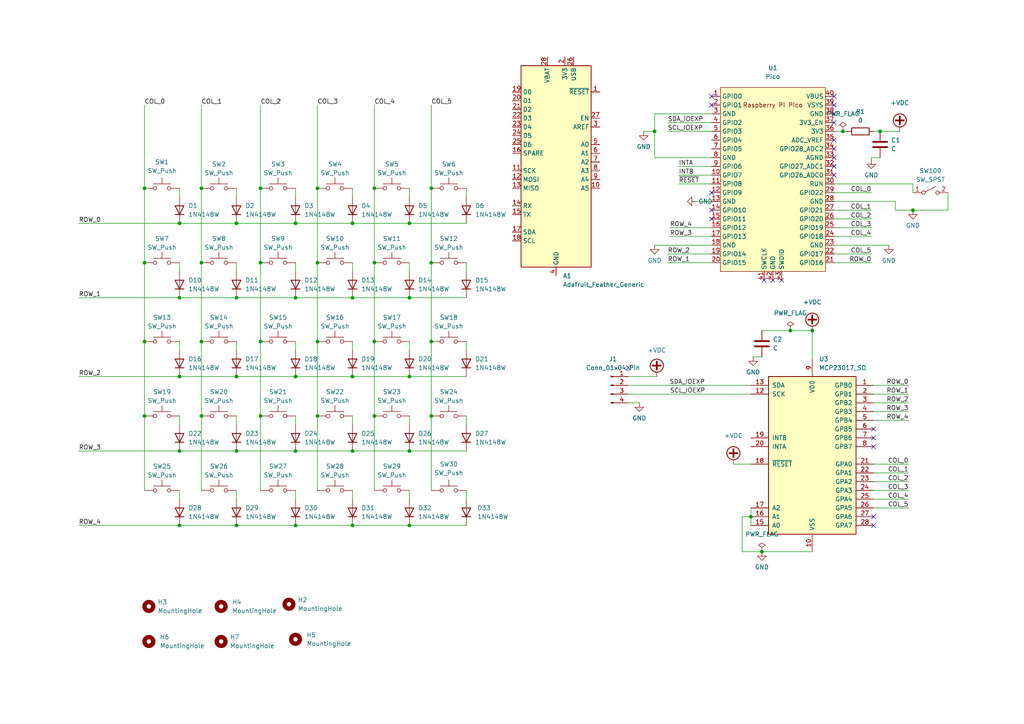
<source format=kicad_sch>
(kicad_sch (version 20230121) (generator eeschema)
  (paper "A4")
  (title_block (title "Mac 60 Keys Split Keyboard") (rev "1.0") (company "125 Systems") (comment 1 "Designer: Neeraj Adsul") (comment 2 "The Mac keyboard is designed as split 30 keys x 2 parts."))
  (lib_symbols
    (symbol "Connector:Conn_01x04_Pin" (pin_names (offset 1.016) hide)
      (property "Reference" "J" (at 0 5.08 0))
      (property "Value" "Conn_01x04_Pin" (at 0 -7.62 0))
      (symbol "Conn_01x04_Pin_1_1"
        (polyline (pts (xy 1.27 -5.08) (xy 0.8636 -5.08)) (stroke (width 0.1524)))
        (polyline (pts (xy 1.27 -2.54) (xy 0.8636 -2.54)) (stroke (width 0.1524)))
        (polyline (pts (xy 1.27 0) (xy 0.8636 0)) (stroke (width 0.1524)))
        (polyline (pts (xy 1.27 2.54) (xy 0.8636 2.54)) (stroke (width 0.1524)))
        (rectangle (start 0.8636 -4.953) (end 0 -5.207) (stroke (width 0.1524)) (fill (type outline)))
        (rectangle (start 0.8636 -2.413) (end 0 -2.667) (stroke (width 0.1524)) (fill (type outline)))
        (rectangle (start 0.8636 0.127) (end 0 -0.127) (stroke (width 0.1524)) (fill (type outline)))
        (rectangle (start 0.8636 2.667) (end 0 2.413) (stroke (width 0.1524)) (fill (type outline)))
        (pin passive line (at 5.08 2.54 180) (length 3.81) (name "Pin_1") (number "1"))
        (pin passive line (at 5.08 0 180) (length 3.81) (name "Pin_2") (number "2"))
        (pin passive line (at 5.08 -2.54 180) (length 3.81) (name "Pin_3") (number "3"))
        (pin passive line (at 5.08 -5.08 180) (length 3.81) (name "Pin_4") (number "4"))
      )
    )
    (symbol "Device:C" (pin_numbers hide) (pin_names (offset 0.254))
      (property "Reference" "C" (at 0.635 2.54 0))
      (property "Value" "C" (at 0.635 -2.54 0))
      (symbol "C_0_1"
        (polyline (pts (xy -2.032 -0.762) (xy 2.032 -0.762)) (stroke (width 0.508)))
        (polyline (pts (xy -2.032 0.762) (xy 2.032 0.762)) (stroke (width 0.508)))
      )
      (symbol "C_1_1"
        (pin passive line (at 0 3.81 270) (length 2.794) (name "~") (number "1"))
        (pin passive line (at 0 -3.81 90) (length 2.794) (name "~") (number "2"))
      )
    )
    (symbol "Device:R" (pin_numbers hide) (pin_names (offset 0))
      (property "Reference" "R" (at 2.032 0 90))
      (property "Value" "R" (at 0 0 90))
      (symbol "R_0_1"
        (rectangle (start -1.016 -2.54) (end 1.016 2.54) (stroke (width 0.254)))
      )
      (symbol "R_1_1"
        (pin passive line (at 0 3.81 270) (length 1.27) (name "~") (number "1"))
        (pin passive line (at 0 -3.81 90) (length 1.27) (name "~") (number "2"))
      )
    )
    (symbol "Diode:1N4148W" (pin_numbers hide) (pin_names (offset 1.016) hide)
      (property "Reference" "D" (at 0 2.54 0))
      (property "Value" "1N4148W" (at 0 -2.54 0))
      (symbol "1N4148W_0_1"
        (polyline (pts (xy -1.27 1.27) (xy -1.27 -1.27)) (stroke (width 0.254)))
        (polyline (pts (xy 1.27 0) (xy -1.27 0)))
        (polyline (pts (xy 1.27 1.27) (xy 1.27 -1.27) (xy -1.27 0) (xy 1.27 1.27)) (stroke (width 0.254)))
      )
      (symbol "1N4148W_1_1"
        (pin passive line (at -3.81 0 0) (length 2.54) (name "K") (number "1"))
        (pin passive line (at 3.81 0 180) (length 2.54) (name "A") (number "2"))
      )
    )
    (symbol "Interface_Expansion:MCP23017_SO" (pin_names (offset 1.016))
      (property "Reference" "U" (at -11.43 24.13 0))
      (property "Value" "MCP23017_SO" (at 0 0 0))
      (symbol "MCP23017_SO_0_1"
        (rectangle (start -12.7 22.86) (end 12.7 -22.86) (stroke (width 0.254)) (fill (type background)))
      )
      (symbol "MCP23017_SO_1_1"
        (pin bidirectional line (at 17.78 20.32 180) (length 5.08) (name "GPB0") (number "1"))
        (pin power_in line (at 0 -27.94 90) (length 5.08) (name "VSS") (number "10"))
        (pin no_connect line (at -12.7 15.24 0) (length 5.08) hide (name "NC") (number "11"))
        (pin input line (at -17.78 17.78 0) (length 5.08) (name "SCK") (number "12"))
        (pin bidirectional line (at -17.78 20.32 0) (length 5.08) (name "SDA") (number "13"))
        (pin no_connect line (at -12.7 12.7 0) (length 5.08) hide (name "NC") (number "14"))
        (pin input line (at -17.78 -20.32 0) (length 5.08) (name "A0") (number "15"))
        (pin input line (at -17.78 -17.78 0) (length 5.08) (name "A1") (number "16"))
        (pin input line (at -17.78 -15.24 0) (length 5.08) (name "A2") (number "17"))
        (pin input line (at -17.78 -2.54 0) (length 5.08) (name "~{RESET}") (number "18"))
        (pin tri_state line (at -17.78 5.08 0) (length 5.08) (name "INTB") (number "19"))
        (pin bidirectional line (at 17.78 17.78 180) (length 5.08) (name "GPB1") (number "2"))
        (pin tri_state line (at -17.78 2.54 0) (length 5.08) (name "INTA") (number "20"))
        (pin bidirectional line (at 17.78 -2.54 180) (length 5.08) (name "GPA0") (number "21"))
        (pin bidirectional line (at 17.78 -5.08 180) (length 5.08) (name "GPA1") (number "22"))
        (pin bidirectional line (at 17.78 -7.62 180) (length 5.08) (name "GPA2") (number "23"))
        (pin bidirectional line (at 17.78 -10.16 180) (length 5.08) (name "GPA3") (number "24"))
        (pin bidirectional line (at 17.78 -12.7 180) (length 5.08) (name "GPA4") (number "25"))
        (pin bidirectional line (at 17.78 -15.24 180) (length 5.08) (name "GPA5") (number "26"))
        (pin bidirectional line (at 17.78 -17.78 180) (length 5.08) (name "GPA6") (number "27"))
        (pin bidirectional line (at 17.78 -20.32 180) (length 5.08) (name "GPA7") (number "28"))
        (pin bidirectional line (at 17.78 15.24 180) (length 5.08) (name "GPB2") (number "3"))
        (pin bidirectional line (at 17.78 12.7 180) (length 5.08) (name "GPB3") (number "4"))
        (pin bidirectional line (at 17.78 10.16 180) (length 5.08) (name "GPB4") (number "5"))
        (pin bidirectional line (at 17.78 7.62 180) (length 5.08) (name "GPB5") (number "6"))
        (pin bidirectional line (at 17.78 5.08 180) (length 5.08) (name "GPB6") (number "7"))
        (pin bidirectional line (at 17.78 2.54 180) (length 5.08) (name "GPB7") (number "8"))
        (pin power_in line (at 0 27.94 270) (length 5.08) (name "VDD") (number "9"))
      )
    )
    (symbol "MCU_Module:Adafruit_Feather_Generic"
      (property "Reference" "A" (at -10.16 29.21 0))
      (property "Value" "Adafruit_Feather_Generic" (at 2.54 -31.75 0))
      (symbol "Adafruit_Feather_Generic_0_1"
        (rectangle (start -10.16 27.94) (end 10.16 -30.48) (stroke (width 0.254)) (fill (type background)))
      )
      (symbol "Adafruit_Feather_Generic_1_1"
        (pin input line (at 12.7 20.32 180) (length 2.54) (name "~{RESET}") (number "1"))
        (pin bidirectional line (at 12.7 -7.62 180) (length 2.54) (name "A5") (number "10"))
        (pin bidirectional line (at -12.7 -2.54 0) (length 2.54) (name "SCK") (number "11"))
        (pin bidirectional line (at -12.7 -5.08 0) (length 2.54) (name "MOSI") (number "12"))
        (pin bidirectional line (at -12.7 -7.62 0) (length 2.54) (name "MISO") (number "13"))
        (pin bidirectional line (at -12.7 -12.7 0) (length 2.54) (name "RX") (number "14"))
        (pin bidirectional line (at -12.7 -15.24 0) (length 2.54) (name "TX") (number "15"))
        (pin bidirectional line (at -12.7 2.54 0) (length 2.54) (name "SPARE") (number "16"))
        (pin bidirectional line (at -12.7 -20.32 0) (length 2.54) (name "SDA") (number "17"))
        (pin bidirectional line (at -12.7 -22.86 0) (length 2.54) (name "SCL") (number "18"))
        (pin bidirectional line (at -12.7 20.32 0) (length 2.54) (name "D0") (number "19"))
        (pin power_in line (at 2.54 30.48 270) (length 2.54) (name "3V3") (number "2"))
        (pin bidirectional line (at -12.7 17.78 0) (length 2.54) (name "D1") (number "20"))
        (pin bidirectional line (at -12.7 15.24 0) (length 2.54) (name "D2") (number "21"))
        (pin bidirectional line (at -12.7 12.7 0) (length 2.54) (name "D3") (number "22"))
        (pin bidirectional line (at -12.7 10.16 0) (length 2.54) (name "D4") (number "23"))
        (pin bidirectional line (at -12.7 7.62 0) (length 2.54) (name "D5") (number "24"))
        (pin bidirectional line (at -12.7 5.08 0) (length 2.54) (name "D6") (number "25"))
        (pin power_in line (at 5.08 30.48 270) (length 2.54) (name "USB") (number "26"))
        (pin input line (at 12.7 12.7 180) (length 2.54) (name "EN") (number "27"))
        (pin power_in line (at -2.54 30.48 270) (length 2.54) (name "VBAT") (number "28"))
        (pin input line (at 12.7 10.16 180) (length 2.54) (name "AREF") (number "3"))
        (pin power_in line (at 0 -33.02 90) (length 2.54) (name "GND") (number "4"))
        (pin bidirectional line (at 12.7 5.08 180) (length 2.54) (name "A0") (number "5"))
        (pin bidirectional line (at 12.7 2.54 180) (length 2.54) (name "A1") (number "6"))
        (pin bidirectional line (at 12.7 0 180) (length 2.54) (name "A2") (number "7"))
        (pin bidirectional line (at 12.7 -2.54 180) (length 2.54) (name "A3") (number "8"))
        (pin bidirectional line (at 12.7 -5.08 180) (length 2.54) (name "A4") (number "9"))
      )
    )
    (symbol "MCU_RaspberryPi_and_Boards:Pico"
      (property "Reference" "U" (at -13.97 27.94 0))
      (property "Value" "Pico" (at 0 19.05 0))
      (symbol "Pico_0_0"
        (text "Raspberry Pi Pico" (at 0 21.59 0) (effects (font (size 1.27 1.27))))
      )
      (symbol "Pico_0_1"
        (rectangle (start -15.24 26.67) (end 15.24 -26.67) (fill (type background)))
      )
      (symbol "Pico_1_1"
        (pin bidirectional line (at -17.78 24.13 0) (length 2.54) (name "GPIO0") (number "1"))
        (pin bidirectional line (at -17.78 1.27 0) (length 2.54) (name "GPIO7") (number "10"))
        (pin bidirectional line (at -17.78 -1.27 0) (length 2.54) (name "GPIO8") (number "11"))
        (pin bidirectional line (at -17.78 -3.81 0) (length 2.54) (name "GPIO9") (number "12"))
        (pin power_in line (at -17.78 -6.35 0) (length 2.54) (name "GND") (number "13"))
        (pin bidirectional line (at -17.78 -8.89 0) (length 2.54) (name "GPIO10") (number "14"))
        (pin bidirectional line (at -17.78 -11.43 0) (length 2.54) (name "GPIO11") (number "15"))
        (pin bidirectional line (at -17.78 -13.97 0) (length 2.54) (name "GPIO12") (number "16"))
        (pin bidirectional line (at -17.78 -16.51 0) (length 2.54) (name "GPIO13") (number "17"))
        (pin power_in line (at -17.78 -19.05 0) (length 2.54) (name "GND") (number "18"))
        (pin bidirectional line (at -17.78 -21.59 0) (length 2.54) (name "GPIO14") (number "19"))
        (pin bidirectional line (at -17.78 21.59 0) (length 2.54) (name "GPIO1") (number "2"))
        (pin bidirectional line (at -17.78 -24.13 0) (length 2.54) (name "GPIO15") (number "20"))
        (pin bidirectional line (at 17.78 -24.13 180) (length 2.54) (name "GPIO16") (number "21"))
        (pin bidirectional line (at 17.78 -21.59 180) (length 2.54) (name "GPIO17") (number "22"))
        (pin power_in line (at 17.78 -19.05 180) (length 2.54) (name "GND") (number "23"))
        (pin bidirectional line (at 17.78 -16.51 180) (length 2.54) (name "GPIO18") (number "24"))
        (pin bidirectional line (at 17.78 -13.97 180) (length 2.54) (name "GPIO19") (number "25"))
        (pin bidirectional line (at 17.78 -11.43 180) (length 2.54) (name "GPIO20") (number "26"))
        (pin bidirectional line (at 17.78 -8.89 180) (length 2.54) (name "GPIO21") (number "27"))
        (pin power_in line (at 17.78 -6.35 180) (length 2.54) (name "GND") (number "28"))
        (pin bidirectional line (at 17.78 -3.81 180) (length 2.54) (name "GPIO22") (number "29"))
        (pin power_in line (at -17.78 19.05 0) (length 2.54) (name "GND") (number "3"))
        (pin input line (at 17.78 -1.27 180) (length 2.54) (name "RUN") (number "30"))
        (pin bidirectional line (at 17.78 1.27 180) (length 2.54) (name "GPIO26_ADC0") (number "31"))
        (pin bidirectional line (at 17.78 3.81 180) (length 2.54) (name "GPIO27_ADC1") (number "32"))
        (pin power_in line (at 17.78 6.35 180) (length 2.54) (name "AGND") (number "33"))
        (pin bidirectional line (at 17.78 8.89 180) (length 2.54) (name "GPIO28_ADC2") (number "34"))
        (pin power_in line (at 17.78 11.43 180) (length 2.54) (name "ADC_VREF") (number "35"))
        (pin power_in line (at 17.78 13.97 180) (length 2.54) (name "3V3") (number "36"))
        (pin input line (at 17.78 16.51 180) (length 2.54) (name "3V3_EN") (number "37"))
        (pin bidirectional line (at 17.78 19.05 180) (length 2.54) (name "GND") (number "38"))
        (pin power_in line (at 17.78 21.59 180) (length 2.54) (name "VSYS") (number "39"))
        (pin bidirectional line (at -17.78 16.51 0) (length 2.54) (name "GPIO2") (number "4"))
        (pin power_in line (at 17.78 24.13 180) (length 2.54) (name "VBUS") (number "40"))
        (pin input line (at -2.54 -29.21 90) (length 2.54) (name "SWCLK") (number "41"))
        (pin power_in line (at 0 -29.21 90) (length 2.54) (name "GND") (number "42"))
        (pin bidirectional line (at 2.54 -29.21 90) (length 2.54) (name "SWDIO") (number "43"))
        (pin bidirectional line (at -17.78 13.97 0) (length 2.54) (name "GPIO3") (number "5"))
        (pin bidirectional line (at -17.78 11.43 0) (length 2.54) (name "GPIO4") (number "6"))
        (pin bidirectional line (at -17.78 8.89 0) (length 2.54) (name "GPIO5") (number "7"))
        (pin power_in line (at -17.78 6.35 0) (length 2.54) (name "GND") (number "8"))
        (pin bidirectional line (at -17.78 3.81 0) (length 2.54) (name "GPIO6") (number "9"))
      )
    )
    (symbol "Mechanical:MountingHole" (pin_names (offset 1.016))
      (property "Reference" "H" (at 0 5.08 0))
      (property "Value" "MountingHole" (at 0 3.175 0))
      (symbol "MountingHole_0_1"
        (circle (center 0 0) (radius 1.27) (stroke (width 1.27)))
      )
    )
    (symbol "Switch:SW_Push" (pin_numbers hide) (pin_names (offset 1.016) hide)
      (property "Reference" "SW" (at 1.27 2.54 0))
      (property "Value" "SW_Push" (at 0 -1.524 0))
      (symbol "SW_Push_0_1"
        (circle (center -2.032 0) (radius 0.508))
        (polyline (pts (xy 0 1.27) (xy 0 3.048)))
        (polyline (pts (xy 2.54 1.27) (xy -2.54 1.27)))
        (circle (center 2.032 0) (radius 0.508))
        (pin passive line (at -5.08 0 0) (length 2.54) (name "1") (number "1"))
        (pin passive line (at 5.08 0 180) (length 2.54) (name "2") (number "2"))
      )
    )
    (symbol "Switch:SW_SPST" (pin_names (offset 0) hide)
      (property "Reference" "SW" (at 0 3.175 0))
      (property "Value" "SW_SPST" (at 0 -2.54 0))
      (symbol "SW_SPST_0_0"
        (circle (center -2.032 0) (radius 0.508))
        (polyline (pts (xy -1.524 0.254) (xy 1.524 1.778)))
        (circle (center 2.032 0) (radius 0.508))
      )
      (symbol "SW_SPST_1_1"
        (pin passive line (at -5.08 0 0) (length 2.54) (name "A") (number "1"))
        (pin passive line (at 5.08 0 180) (length 2.54) (name "B") (number "2"))
      )
    )
    (symbol "power:+VDC" (power) (pin_names (offset 0))
      (property "Value" "+VDC" (at 0 6.35 0))
      (symbol "+VDC_0_1"
        (polyline (pts (xy -1.143 3.175) (xy 1.143 3.175)) (stroke (width 0.508)))
        (polyline (pts (xy 0 0) (xy 0 1.27)))
        (polyline (pts (xy 0 2.032) (xy 0 4.318)) (stroke (width 0.508)))
        (circle (center 0 3.175) (radius 1.905) (stroke (width 0.254)))
      )
      (symbol "+VDC_1_1"
        (pin power_in line (at 0 0 90) (length 0) hide (name "+VDC") (number "1"))
      )
    )
    (symbol "power:GND" (power) (pin_names (offset 0))
      (property "Value" "GND" (at 0 -3.81 0))
      (symbol "GND_0_1"
        (polyline (pts (xy 0 0) (xy 0 -1.27) (xy 1.27 -1.27) (xy 0 -2.54) (xy -1.27 -1.27) (xy 0 -1.27)))
      )
      (symbol "GND_1_1"
        (pin power_in line (at 0 0 270) (length 0) hide (name "GND") (number "1"))
      )
    )
    (symbol "power:PWR_FLAG" (power) (pin_numbers hide) (pin_names (offset 0) hide)
      (property "Value" "PWR_FLAG" (at 0 3.81 0))
      (symbol "PWR_FLAG_0_0"
        (pin power_out line (at 0 0 90) (length 0) (name "pwr") (number "1"))
      )
      (symbol "PWR_FLAG_0_1"
        (polyline (pts (xy 0 0) (xy 0 1.27) (xy -1.016 1.905) (xy 0 2.54) (xy 1.016 1.905) (xy 0 1.27)))
      )
    )
  )
  (junction (at 41.91 99.06))
  (junction (at 217.805 149.86))
  (junction (at 75.565 76.2))
  (junction (at 41.91 76.2))
  (junction (at 108.585 120.65))
  (junction (at 118.745 109.22))
  (junction (at 52.07 86.36))
  (junction (at 52.07 152.4))
  (junction (at 118.745 130.81))
  (junction (at 85.725 109.22))
  (junction (at 102.235 109.22))
  (junction (at 102.235 64.77))
  (junction (at 52.07 64.77))
  (junction (at 75.565 120.65))
  (junction (at 68.58 130.81))
  (junction (at 118.745 64.77))
  (junction (at 58.42 120.65))
  (junction (at 75.565 99.06))
  (junction (at 58.42 76.2))
  (junction (at 108.585 76.2))
  (junction (at 102.235 86.36))
  (junction (at 220.98 160.02))
  (junction (at 75.565 54.61))
  (junction (at 41.91 120.65))
  (junction (at 41.91 54.61))
  (junction (at 229.235 95.885))
  (junction (at 102.235 152.4))
  (junction (at 68.58 152.4))
  (junction (at 68.58 86.36))
  (junction (at 92.075 99.06))
  (junction (at 118.745 152.4))
  (junction (at 68.58 64.77))
  (junction (at 189.865 38.1))
  (junction (at 125.095 54.61))
  (junction (at 85.725 130.81))
  (junction (at 85.725 152.4))
  (junction (at 102.235 130.81))
  (junction (at 264.795 60.96))
  (junction (at 125.095 76.2))
  (junction (at 108.585 99.06))
  (junction (at 92.075 76.2))
  (junction (at 58.42 54.61))
  (junction (at 118.745 86.36))
  (junction (at 68.58 109.22))
  (junction (at 108.585 54.61))
  (junction (at 85.725 86.36))
  (junction (at 235.585 95.885))
  (junction (at 125.095 120.65))
  (junction (at 125.095 99.06))
  (junction (at 85.725 64.77))
  (junction (at 255.27 38.1))
  (junction (at 52.07 130.81))
  (junction (at 92.075 120.65))
  (junction (at 244.475 38.1))
  (junction (at 58.42 99.06))
  (junction (at 52.07 109.22))
  (junction (at 92.075 54.61))
  (no_connect (at 253.365 124.46))
  (no_connect (at 253.365 127))
  (no_connect (at 253.365 129.54))
  (no_connect (at 253.365 149.86))
  (no_connect (at 253.365 152.4))
  (no_connect (at 206.375 30.48))
  (no_connect (at 206.375 27.94))
  (no_connect (at 226.695 81.28))
  (no_connect (at 224.155 81.28))
  (no_connect (at 221.615 81.28))
  (no_connect (at 241.935 50.8))
  (no_connect (at 241.935 35.56))
  (no_connect (at 241.935 33.02))
  (no_connect (at 241.935 45.72))
  (no_connect (at 241.935 48.26))
  (no_connect (at 241.935 40.64))
  (no_connect (at 241.935 43.18))
  (no_connect (at 182.245 106.68))
  (no_connect (at 206.375 55.88))
  (no_connect (at 206.375 60.96))
  (no_connect (at 206.375 63.5))
  (no_connect (at 241.935 30.48))
  (no_connect (at 241.935 27.94))
  (wire (pts (xy 102.235 142.24) (xy 102.235 144.78)))
  (wire (pts (xy 193.675 73.66) (xy 206.375 73.66)))
  (wire (pts (xy 244.475 38.1) (xy 245.745 38.1)))
  (wire (pts (xy 41.91 54.61) (xy 41.91 76.2)))
  (wire (pts (xy 92.075 30.48) (xy 92.075 54.61)))
  (wire (pts (xy 68.58 152.4) (xy 85.725 152.4)))
  (wire (pts (xy 186.69 38.1) (xy 189.865 38.1)))
  (wire (pts (xy 259.715 60.96) (xy 264.795 60.96)))
  (wire (pts (xy 68.58 99.06) (xy 68.58 101.6)))
  (wire (pts (xy 85.725 86.36) (xy 102.235 86.36)))
  (wire (pts (xy 217.805 147.32) (xy 217.805 149.86)))
  (wire (pts (xy 92.075 120.65) (xy 92.075 142.24)))
  (wire (pts (xy 85.725 76.2) (xy 85.725 78.74)))
  (wire (pts (xy 259.715 58.42) (xy 259.715 60.96)))
  (wire (pts (xy 68.58 120.65) (xy 68.58 123.19)))
  (wire (pts (xy 68.58 130.81) (xy 85.725 130.81)))
  (wire (pts (xy 52.07 130.81) (xy 68.58 130.81)))
  (wire (pts (xy 241.935 58.42) (xy 259.715 58.42)))
  (wire (pts (xy 212.725 134.62) (xy 217.805 134.62)))
  (wire (pts (xy 135.255 142.24) (xy 135.255 144.78)))
  (wire (pts (xy 75.565 99.06) (xy 75.565 120.65)))
  (wire (pts (xy 58.42 54.61) (xy 58.42 76.2)))
  (wire (pts (xy 68.58 109.22) (xy 85.725 109.22)))
  (wire (pts (xy 118.745 109.22) (xy 135.255 109.22)))
  (wire (pts (xy 182.245 116.84) (xy 185.42 116.84)))
  (wire (pts (xy 196.85 48.26) (xy 206.375 48.26)))
  (wire (pts (xy 52.07 109.22) (xy 68.58 109.22)))
  (wire (pts (xy 215.265 160.02) (xy 220.98 160.02)))
  (wire (pts (xy 125.095 30.48) (xy 125.095 54.61)))
  (wire (pts (xy 75.565 120.65) (xy 75.565 142.24)))
  (wire (pts (xy 241.935 71.12) (xy 257.81 71.12)))
  (wire (pts (xy 102.235 64.77) (xy 118.745 64.77)))
  (wire (pts (xy 135.255 120.65) (xy 135.255 123.19)))
  (wire (pts (xy 68.58 86.36) (xy 85.725 86.36)))
  (wire (pts (xy 253.365 119.38) (xy 263.525 119.38)))
  (wire (pts (xy 22.86 152.4) (xy 52.07 152.4)))
  (wire (pts (xy 194.31 66.04) (xy 206.375 66.04)))
  (wire (pts (xy 201.93 58.42) (xy 206.375 58.42)))
  (wire (pts (xy 75.565 30.48) (xy 75.565 54.61)))
  (wire (pts (xy 118.745 142.24) (xy 118.745 144.78)))
  (wire (pts (xy 125.095 99.06) (xy 125.095 120.65)))
  (wire (pts (xy 22.86 109.22) (xy 52.07 109.22)))
  (wire (pts (xy 52.07 152.4) (xy 68.58 152.4)))
  (wire (pts (xy 253.365 38.1) (xy 255.27 38.1)))
  (wire (pts (xy 118.745 152.4) (xy 135.255 152.4)))
  (wire (pts (xy 92.075 99.06) (xy 92.075 120.65)))
  (wire (pts (xy 215.265 149.86) (xy 215.265 160.02)))
  (wire (pts (xy 85.725 109.22) (xy 102.235 109.22)))
  (wire (pts (xy 241.935 63.5) (xy 252.73 63.5)))
  (wire (pts (xy 125.095 120.65) (xy 125.095 142.24)))
  (wire (pts (xy 68.58 76.2) (xy 68.58 78.74)))
  (wire (pts (xy 189.865 33.02) (xy 206.375 33.02)))
  (wire (pts (xy 85.725 142.24) (xy 85.725 144.78)))
  (wire (pts (xy 189.865 45.72) (xy 206.375 45.72)))
  (wire (pts (xy 218.44 103.505) (xy 220.98 103.505)))
  (wire (pts (xy 52.07 120.65) (xy 52.07 123.19)))
  (wire (pts (xy 194.31 68.58) (xy 206.375 68.58)))
  (wire (pts (xy 196.85 50.8) (xy 206.375 50.8)))
  (wire (pts (xy 135.255 54.61) (xy 135.255 57.15)))
  (wire (pts (xy 52.07 54.61) (xy 52.07 57.15)))
  (wire (pts (xy 52.07 142.24) (xy 52.07 144.78)))
  (wire (pts (xy 252.73 45.72) (xy 252.73 46.355)))
  (wire (pts (xy 125.095 76.2) (xy 125.095 99.06)))
  (wire (pts (xy 52.07 99.06) (xy 52.07 101.6)))
  (wire (pts (xy 41.91 30.48) (xy 41.91 54.61)))
  (wire (pts (xy 85.725 120.65) (xy 85.725 123.19)))
  (wire (pts (xy 108.585 30.48) (xy 108.585 54.61)))
  (wire (pts (xy 75.565 76.2) (xy 75.565 99.06)))
  (wire (pts (xy 241.935 38.1) (xy 244.475 38.1)))
  (wire (pts (xy 193.675 38.1) (xy 206.375 38.1)))
  (wire (pts (xy 102.235 76.2) (xy 102.235 78.74)))
  (wire (pts (xy 41.91 99.06) (xy 41.91 120.65)))
  (wire (pts (xy 253.365 114.3) (xy 263.525 114.3)))
  (wire (pts (xy 125.095 54.61) (xy 125.095 76.2)))
  (wire (pts (xy 22.86 64.77) (xy 52.07 64.77)))
  (wire (pts (xy 241.935 53.34) (xy 264.795 53.34)))
  (wire (pts (xy 85.725 130.81) (xy 102.235 130.81)))
  (wire (pts (xy 182.245 111.76) (xy 217.805 111.76)))
  (wire (pts (xy 182.245 109.22) (xy 190.5 109.22)))
  (wire (pts (xy 85.725 64.77) (xy 102.235 64.77)))
  (wire (pts (xy 253.365 142.24) (xy 263.525 142.24)))
  (wire (pts (xy 264.795 60.96) (xy 274.955 60.96)))
  (wire (pts (xy 118.745 76.2) (xy 118.745 78.74)))
  (wire (pts (xy 52.07 86.36) (xy 68.58 86.36)))
  (wire (pts (xy 253.365 144.78) (xy 263.525 144.78)))
  (wire (pts (xy 241.935 66.04) (xy 252.73 66.04)))
  (wire (pts (xy 102.235 99.06) (xy 102.235 101.6)))
  (wire (pts (xy 220.98 160.02) (xy 235.585 160.02)))
  (wire (pts (xy 253.365 137.16) (xy 263.525 137.16)))
  (wire (pts (xy 135.255 76.2) (xy 135.255 78.74)))
  (wire (pts (xy 102.235 54.61) (xy 102.235 57.15)))
  (wire (pts (xy 264.795 53.34) (xy 264.795 55.88)))
  (wire (pts (xy 68.58 64.77) (xy 85.725 64.77)))
  (wire (pts (xy 253.365 121.92) (xy 263.525 121.92)))
  (wire (pts (xy 102.235 86.36) (xy 118.745 86.36)))
  (wire (pts (xy 41.91 120.65) (xy 41.91 142.24)))
  (wire (pts (xy 255.27 38.1) (xy 260.985 38.1)))
  (wire (pts (xy 118.745 86.36) (xy 135.255 86.36)))
  (wire (pts (xy 241.935 55.88) (xy 252.73 55.88)))
  (wire (pts (xy 182.245 114.3) (xy 217.805 114.3)))
  (wire (pts (xy 253.365 111.76) (xy 263.525 111.76)))
  (wire (pts (xy 235.585 95.885) (xy 235.585 104.14)))
  (wire (pts (xy 253.365 139.7) (xy 263.525 139.7)))
  (wire (pts (xy 196.85 53.34) (xy 206.375 53.34)))
  (wire (pts (xy 108.585 120.65) (xy 108.585 142.24)))
  (wire (pts (xy 58.42 120.65) (xy 58.42 142.24)))
  (wire (pts (xy 253.365 134.62) (xy 263.525 134.62)))
  (wire (pts (xy 118.745 54.61) (xy 118.745 57.15)))
  (wire (pts (xy 58.42 30.48) (xy 58.42 54.61)))
  (wire (pts (xy 58.42 99.06) (xy 58.42 120.65)))
  (wire (pts (xy 253.365 116.84) (xy 263.525 116.84)))
  (wire (pts (xy 193.675 35.56) (xy 206.375 35.56)))
  (wire (pts (xy 253.365 147.32) (xy 263.525 147.32)))
  (wire (pts (xy 68.58 54.61) (xy 68.58 57.15)))
  (wire (pts (xy 58.42 76.2) (xy 58.42 99.06)))
  (wire (pts (xy 108.585 76.2) (xy 108.585 99.06)))
  (wire (pts (xy 85.725 54.61) (xy 85.725 57.15)))
  (wire (pts (xy 217.805 149.86) (xy 215.265 149.86)))
  (wire (pts (xy 118.745 99.06) (xy 118.745 101.6)))
  (wire (pts (xy 68.58 142.24) (xy 68.58 144.78)))
  (wire (pts (xy 102.235 120.65) (xy 102.235 123.19)))
  (wire (pts (xy 229.235 95.885) (xy 235.585 95.885)))
  (wire (pts (xy 193.675 76.2) (xy 206.375 76.2)))
  (wire (pts (xy 102.235 152.4) (xy 118.745 152.4)))
  (wire (pts (xy 22.86 130.81) (xy 52.07 130.81)))
  (wire (pts (xy 189.865 33.02) (xy 189.865 38.1)))
  (wire (pts (xy 118.745 130.81) (xy 135.255 130.81)))
  (wire (pts (xy 241.935 60.96) (xy 252.73 60.96)))
  (wire (pts (xy 52.07 64.77) (xy 68.58 64.77)))
  (wire (pts (xy 241.935 73.66) (xy 252.73 73.66)))
  (wire (pts (xy 118.745 120.65) (xy 118.745 123.19)))
  (wire (pts (xy 85.725 152.4) (xy 102.235 152.4)))
  (wire (pts (xy 135.255 99.06) (xy 135.255 101.6)))
  (wire (pts (xy 41.91 76.2) (xy 41.91 99.06)))
  (wire (pts (xy 274.955 55.88) (xy 274.955 60.96)))
  (wire (pts (xy 189.865 38.1) (xy 189.865 45.72)))
  (wire (pts (xy 108.585 54.61) (xy 108.585 76.2)))
  (wire (pts (xy 255.27 45.72) (xy 252.73 45.72)))
  (wire (pts (xy 118.745 64.77) (xy 135.255 64.77)))
  (wire (pts (xy 217.805 149.86) (xy 217.805 152.4)))
  (wire (pts (xy 189.865 71.12) (xy 206.375 71.12)))
  (wire (pts (xy 102.235 130.81) (xy 118.745 130.81)))
  (wire (pts (xy 108.585 99.06) (xy 108.585 120.65)))
  (wire (pts (xy 85.725 99.06) (xy 85.725 101.6)))
  (wire (pts (xy 102.235 109.22) (xy 118.745 109.22)))
  (wire (pts (xy 52.07 76.2) (xy 52.07 78.74)))
  (wire (pts (xy 241.935 76.2) (xy 252.73 76.2)))
  (wire (pts (xy 241.935 68.58) (xy 252.73 68.58)))
  (wire (pts (xy 92.075 54.61) (xy 92.075 76.2)))
  (wire (pts (xy 22.86 86.36) (xy 52.07 86.36)))
  (wire (pts (xy 92.075 76.2) (xy 92.075 99.06)))
  (wire (pts (xy 220.98 95.885) (xy 229.235 95.885)))
  (wire (pts (xy 75.565 54.61) (xy 75.565 76.2)))
  (label "COL_2" (at 263.525 139.7 180))
  (label "ROW_3" (at 22.86 130.81 0))
  (label "COL_0" (at 263.525 134.62 180))
  (label "COL_1" (at 263.525 137.16 180))
  (label "COL_2" (at 252.73 63.5 180))
  (label "COL_3" (at 252.73 66.04 180))
  (label "ROW_4" (at 263.525 121.92 180))
  (label "SCL_IOEXP" (at 193.675 38.1 0))
  (label "COL_2" (at 75.565 30.48 0))
  (label "COL_3" (at 263.525 142.24 180))
  (label "COL_4" (at 108.585 30.48 0))
  (label "ROW_4" (at 194.31 66.04 0))
  (label "~{RESET}" (at 196.85 53.34 0))
  (label "ROW_4" (at 22.86 152.4 0))
  (label "COL_1" (at 58.42 30.48 0))
  (label "COL_4" (at 263.525 144.78 180))
  (label "ROW_2" (at 263.525 116.84 180))
  (label "ROW_2" (at 22.86 109.22 0))
  (label "INTB" (at 196.85 50.8 0))
  (label "SDA_IOEXP" (at 204.47 111.76 180))
  (label "ROW_3" (at 194.31 68.58 0))
  (label "INTA" (at 196.85 48.26 0))
  (label "ROW_1" (at 263.525 114.3 180))
  (label "COL_5" (at 125.095 30.48 0))
  (label "COL_0" (at 252.73 55.88 180))
  (label "COL_0" (at 41.91 30.48 0))
  (label "ROW_1" (at 22.86 86.36 0))
  (label "ROW_2" (at 193.675 73.66 0))
  (label "ROW_1" (at 193.675 76.2 0))
  (label "ROW_0" (at 22.86 64.77 0))
  (label "SCL_IOEXP" (at 194.31 114.3 0))
  (label "COL_3" (at 92.075 30.48 0))
  (label "COL_1" (at 252.73 60.96 180))
  (label "ROW_0" (at 252.73 76.2 180))
  (label "SDA_IOEXP" (at 193.675 35.56 0))
  (label "ROW_3" (at 263.525 119.38 180))
  (label "COL_4" (at 252.73 68.58 180))
  (label "COL_5" (at 252.73 73.66 180))
  (label "COL_5" (at 263.525 147.32 180))
  (label "ROW_0" (at 263.525 111.76 180))
  (symbol (lib_id "Diode:1N4148W") (at 85.725 148.59 90) (unit 1)
    (property "Reference" "D30" (at 88.265 147.3199 90) (effects (justify right)))
    (property "Value" "1N4148W" (at 88.265 149.8599 90) (effects (justify right)))
    (property "Footprint" "Diode_SMD:D_SOD-323_Hand_Split_Keyboard" (effects hide))
    (property "Datasheet" "https://www.vishay.com/docs/85748/1n4148w.pdf" (effects hide))
  )
  (symbol (lib_id "power:GND") (at 189.865 71.12 0) (unit 1)
    (property "Reference" "#PWR06" (effects hide))
    (property "Value" "GND" (at 189.865 75.565 0))
  )
  (symbol (lib_id "Diode:1N4148W") (at 52.07 127 90) (unit 1)
    (property "Reference" "D22" (at 54.61 125.7299 90) (effects (justify right)))
    (property "Value" "1N4148W" (at 54.61 128.2699 90) (effects (justify right)))
    (property "Footprint" "Diode_SMD:D_SOD-323_Hand_Split_Keyboard" (effects hide))
    (property "Datasheet" "https://www.vishay.com/docs/85748/1n4148w.pdf" (effects hide))
  )
  (symbol (lib_id "Device:C") (at 255.27 41.91 0) (unit 1)
    (property "Reference" "C1" (at 258.445 40.6399 0) (effects (justify left)))
    (property "Value" "C" (at 258.445 43.1799 0) (effects (justify left)))
    (property "Footprint" "Capacitor_SMD:C_0603_1608Metric" (effects hide))
  )
  (symbol (lib_id "Device:R") (at 249.555 38.1 90) (unit 1)
    (property "Reference" "R1" (at 249.555 32.385 90))
    (property "Value" "0" (at 249.555 34.925 90))
    (property "Footprint" "Resistor_SMD:R_0603_1608Metric_Pad0.98x0.95mm_HandSolder" (effects hide))
  )
  (symbol (lib_id "Switch:SW_Push") (at 80.645 54.61 0) (unit 1)
    (property "Reference" "SW3" (at 80.645 47.625 0))
    (property "Value" "SW_Push" (at 80.645 50.165 0))
    (property "Footprint" "Switch_Keyboard_Kailh:SW_Kailh_Choc_V1V2_1.00u" (effects hide))
  )
  (symbol (lib_id "Switch:SW_Push") (at 46.99 54.61 0) (unit 1)
    (property "Reference" "SW1" (at 46.99 46.99 0))
    (property "Value" "SW_Push" (at 46.99 49.53 0))
    (property "Footprint" "Switch_Keyboard_Kailh:SW_Kailh_Choc_V1V2_1.00u" (effects hide))
  )
  (symbol (lib_id "Switch:SW_Push") (at 130.175 120.65 0) (unit 1)
    (property "Reference" "SW24" (at 130.175 113.665 0))
    (property "Value" "SW_Push" (at 130.175 116.205 0))
    (property "Footprint" "Switch_Keyboard_Kailh:SW_Kailh_Choc_V1V2_1.00u" (effects hide))
  )
  (symbol (lib_id "Diode:1N4148W") (at 118.745 60.96 90) (unit 1)
    (property "Reference" "D5" (at 121.285 59.6899 90) (effects (justify right)))
    (property "Value" "1N4148W" (at 121.285 62.2299 90) (effects (justify right)))
    (property "Footprint" "Diode_SMD:D_SOD-323_Hand_Split_Keyboard" (effects hide))
    (property "Datasheet" "https://www.vishay.com/docs/85748/1n4148w.pdf" (effects hide))
  )
  (symbol (lib_id "Diode:1N4148W") (at 135.255 105.41 90) (unit 1)
    (property "Reference" "D21" (at 137.795 104.1399 90) (effects (justify right)))
    (property "Value" "1N4148W" (at 137.795 106.6799 90) (effects (justify right)))
    (property "Footprint" "Diode_SMD:D_SOD-323_Hand_Split_Keyboard" (effects hide))
    (property "Datasheet" "https://www.vishay.com/docs/85748/1n4148w.pdf" (effects hide))
  )
  (symbol (lib_id "Switch:SW_Push") (at 46.99 76.2 0) (unit 1)
    (property "Reference" "SW7" (at 46.99 69.215 0))
    (property "Value" "SW_Push" (at 46.99 71.755 0))
    (property "Footprint" "Switch_Keyboard_Kailh:SW_Kailh_Choc_V1V2_1.00u" (effects hide))
  )
  (symbol (lib_id "Switch:SW_Push") (at 46.99 99.06 0) (unit 1)
    (property "Reference" "SW13" (at 46.99 92.075 0))
    (property "Value" "SW_Push" (at 46.99 94.615 0))
    (property "Footprint" "Switch_Keyboard_Kailh:SW_Kailh_Choc_V1V2_2.00u" (effects hide))
  )
  (symbol (lib_id "Mechanical:MountingHole") (at 85.725 185.42 0) (unit 1)
    (property "Reference" "H5" (at 88.9 184.1499 0) (effects (justify left)))
    (property "Value" "MountingHole" (at 88.9 186.6899 0) (effects (justify left)))
    (property "Footprint" "MountingHole:MountingHole_3.2mm_M3" (effects hide))
  )
  (symbol (lib_id "MCU_RaspberryPi_and_Boards:Pico") (at 224.155 52.07 0) (unit 1)
    (property "Reference" "U1" (at 224.155 19.685 0))
    (property "Value" "Pico" (at 224.155 22.225 0))
    (property "Footprint" "MCU_RaspberryPi_and_Boards:RPi_Pico_SMD_TH" (effects hide))
  )
  (symbol (lib_id "Device:C") (at 220.98 99.695 0) (unit 1)
    (property "Reference" "C2" (at 224.155 98.4249 0) (effects (justify left)))
    (property "Value" "C" (at 224.155 100.9649 0) (effects (justify left)))
    (property "Footprint" "Capacitor_SMD:C_0603_1608Metric" (effects hide))
  )
  (symbol (lib_id "Switch:SW_Push") (at 97.155 142.24 0) (unit 1)
    (property "Reference" "SW28" (at 97.155 135.255 0))
    (property "Value" "SW_Push" (at 97.155 137.795 0))
    (property "Footprint" "Switch_Keyboard_Kailh:SW_Kailh_Choc_V1V2_1.50u" (effects hide))
  )
  (symbol (lib_id "Diode:1N4148W") (at 68.58 127 90) (unit 1)
    (property "Reference" "D23" (at 71.12 125.7299 90) (effects (justify right)))
    (property "Value" "1N4148W" (at 71.12 128.2699 90) (effects (justify right)))
    (property "Footprint" "Diode_SMD:D_SOD-323_Hand_Split_Keyboard" (effects hide))
    (property "Datasheet" "https://www.vishay.com/docs/85748/1n4148w.pdf" (effects hide))
  )
  (symbol (lib_id "Diode:1N4148W") (at 118.745 82.55 90) (unit 1)
    (property "Reference" "D14" (at 121.285 81.2799 90) (effects (justify right)))
    (property "Value" "1N4148W" (at 121.285 83.8199 90) (effects (justify right)))
    (property "Footprint" "Diode_SMD:D_SOD-323_Hand_Split_Keyboard" (effects hide))
    (property "Datasheet" "https://www.vishay.com/docs/85748/1n4148w.pdf" (effects hide))
  )
  (symbol (lib_id "MCU_Module:Adafruit_Feather_Generic") (at 161.29 46.99 0) (unit 1)
    (property "Reference" "A1" (at 163.2459 80.01 0) (effects (justify left)))
    (property "Value" "Adafruit_Feather_Generic" (at 163.2459 82.55 0) (effects (justify left)))
    (property "Footprint" "Module:Adafruit_Feather" (effects hide))
    (property "Datasheet" "https://cdn-learn.adafruit.com/downloads/pdf/adafruit-feather.pdf" (effects hide))
  )
  (symbol (lib_id "Switch:SW_Push") (at 80.645 99.06 0) (unit 1)
    (property "Reference" "SW15" (at 80.645 92.075 0))
    (property "Value" "SW_Push" (at 80.645 94.615 0))
    (property "Footprint" "Switch_Keyboard_Kailh:SW_Kailh_Choc_V1V2_1.00u" (effects hide))
  )
  (symbol (lib_id "power:+VDC") (at 212.725 134.62 0) (unit 1)
    (property "Reference" "#PWR012" (effects hide))
    (property "Value" "+VDC" (at 212.725 126.365 0))
  )
  (symbol (lib_id "Diode:1N4148W") (at 52.07 105.41 90) (unit 1)
    (property "Reference" "D16" (at 54.61 104.1399 90) (effects (justify right)))
    (property "Value" "1N4148W" (at 54.61 106.6799 90) (effects (justify right)))
    (property "Footprint" "Diode_SMD:D_SOD-323_Hand_Split_Keyboard" (effects hide))
    (property "Datasheet" "https://www.vishay.com/docs/85748/1n4148w.pdf" (effects hide))
  )
  (symbol (lib_id "power:+VDC") (at 190.5 109.22 0) (unit 1)
    (property "Reference" "#PWR010" (effects hide))
    (property "Value" "+VDC" (at 190.5 101.6 0))
  )
  (symbol (lib_id "power:PWR_FLAG") (at 244.475 38.1 0) (unit 1)
    (property "Reference" "#FLG02" (effects hide))
    (property "Value" "PWR_FLAG" (at 244.475 33.02 0))
  )
  (symbol (lib_id "Diode:1N4148W") (at 135.255 82.55 90) (unit 1)
    (property "Reference" "D15" (at 137.795 81.2799 90) (effects (justify right)))
    (property "Value" "1N4148W" (at 137.795 83.8199 90) (effects (justify right)))
    (property "Footprint" "Diode_SMD:D_SOD-323_Hand_Split_Keyboard" (effects hide))
    (property "Datasheet" "https://www.vishay.com/docs/85748/1n4148w.pdf" (effects hide))
  )
  (symbol (lib_id "Diode:1N4148W") (at 102.235 105.41 90) (unit 1)
    (property "Reference" "D19" (at 104.775 104.1399 90) (effects (justify right)))
    (property "Value" "1N4148W" (at 104.775 106.6799 90) (effects (justify right)))
    (property "Footprint" "Diode_SMD:D_SOD-323_Hand_Split_Keyboard" (effects hide))
    (property "Datasheet" "https://www.vishay.com/docs/85748/1n4148w.pdf" (effects hide))
  )
  (symbol (lib_id "Diode:1N4148W") (at 118.745 127 90) (unit 1)
    (property "Reference" "D26" (at 121.285 125.7299 90) (effects (justify right)))
    (property "Value" "1N4148W" (at 121.285 128.2699 90) (effects (justify right)))
    (property "Footprint" "Diode_SMD:D_SOD-323_Hand_Split_Keyboard" (effects hide))
    (property "Datasheet" "https://www.vishay.com/docs/85748/1n4148w.pdf" (effects hide))
  )
  (symbol (lib_id "Diode:1N4148W") (at 85.725 105.41 90) (unit 1)
    (property "Reference" "D18" (at 88.265 104.1399 90) (effects (justify right)))
    (property "Value" "1N4148W" (at 88.265 106.6799 90) (effects (justify right)))
    (property "Footprint" "Diode_SMD:D_SOD-323_Hand_Split_Keyboard" (effects hide))
    (property "Datasheet" "https://www.vishay.com/docs/85748/1n4148w.pdf" (effects hide))
  )
  (symbol (lib_id "Switch:SW_Push") (at 130.175 76.2 0) (unit 1)
    (property "Reference" "SW12" (at 130.175 69.215 0))
    (property "Value" "SW_Push" (at 130.175 71.755 0))
    (property "Footprint" "Switch_Keyboard_Kailh:SW_Kailh_Choc_V1V2_1.00u" (effects hide))
  )
  (symbol (lib_id "Diode:1N4148W") (at 85.725 82.55 90) (unit 1)
    (property "Reference" "D12" (at 88.265 81.2799 90) (effects (justify right)))
    (property "Value" "1N4148W" (at 88.265 83.8199 90) (effects (justify right)))
    (property "Footprint" "Diode_SMD:D_SOD-323_Hand_Split_Keyboard" (effects hide))
    (property "Datasheet" "https://www.vishay.com/docs/85748/1n4148w.pdf" (effects hide))
  )
  (symbol (lib_id "Diode:1N4148W") (at 135.255 60.96 90) (unit 1)
    (property "Reference" "D6" (at 137.795 59.6899 90) (effects (justify right)))
    (property "Value" "1N4148W" (at 137.795 62.2299 90) (effects (justify right)))
    (property "Footprint" "Diode_SMD:D_SOD-323_Hand_Split_Keyboard" (effects hide))
    (property "Datasheet" "https://www.vishay.com/docs/85748/1n4148w.pdf" (effects hide))
  )
  (symbol (lib_id "Diode:1N4148W") (at 52.07 148.59 90) (unit 1)
    (property "Reference" "D28" (at 54.61 147.3199 90) (effects (justify right)))
    (property "Value" "1N4148W" (at 54.61 149.8599 90) (effects (justify right)))
    (property "Footprint" "Diode_SMD:D_SOD-323_Hand_Split_Keyboard" (effects hide))
    (property "Datasheet" "https://www.vishay.com/docs/85748/1n4148w.pdf" (effects hide))
  )
  (symbol (lib_id "power:+VDC") (at 260.985 38.1 0) (unit 1)
    (property "Reference" "#PWR02" (effects hide))
    (property "Value" "+VDC" (at 260.985 29.845 0))
  )
  (symbol (lib_id "Diode:1N4148W") (at 118.745 148.59 90) (unit 1)
    (property "Reference" "D32" (at 121.285 147.3199 90) (effects (justify right)))
    (property "Value" "1N4148W" (at 121.285 149.8599 90) (effects (justify right)))
    (property "Footprint" "Diode_SMD:D_SOD-323_Hand_Split_Keyboard" (effects hide))
    (property "Datasheet" "https://www.vishay.com/docs/85748/1n4148w.pdf" (effects hide))
  )
  (symbol (lib_id "Mechanical:MountingHole") (at 64.135 175.895 0) (unit 1)
    (property "Reference" "H4" (at 67.31 174.6249 0) (effects (justify left)))
    (property "Value" "MountingHole" (at 67.31 177.1649 0) (effects (justify left)))
    (property "Footprint" "MountingHole:MountingHole_3.2mm_M3" (effects hide))
  )
  (symbol (lib_id "power:GND") (at 252.73 46.355 0) (unit 1)
    (property "Reference" "#PWR03" (effects hide))
    (property "Value" "GND" (at 252.73 50.8 0))
  )
  (symbol (lib_id "Switch:SW_Push") (at 97.155 76.2 0) (unit 1)
    (property "Reference" "SW10" (at 97.155 69.215 0))
    (property "Value" "SW_Push" (at 97.155 71.755 0))
    (property "Footprint" "Switch_Keyboard_Kailh:SW_Kailh_Choc_V1V2_1.00u" (effects hide))
  )
  (symbol (lib_id "power:PWR_FLAG") (at 220.98 160.02 0) (unit 1)
    (property "Reference" "#FLG04" (effects hide))
    (property "Value" "PWR_FLAG" (at 220.98 154.94 0))
  )
  (symbol (lib_id "Diode:1N4148W") (at 135.255 148.59 90) (unit 1)
    (property "Reference" "D33" (at 138.43 147.3199 90) (effects (justify right)))
    (property "Value" "1N4148W" (at 138.43 149.8599 90) (effects (justify right)))
    (property "Footprint" "Diode_SMD:D_SOD-323_Hand_Split_Keyboard" (effects hide))
    (property "Datasheet" "https://www.vishay.com/docs/85748/1n4148w.pdf" (effects hide))
  )
  (symbol (lib_id "Switch:SW_Push") (at 130.175 54.61 0) (unit 1)
    (property "Reference" "SW6" (at 130.175 47.625 0))
    (property "Value" "SW_Push" (at 130.175 50.165 0))
    (property "Footprint" "Switch_Keyboard_Kailh:SW_Kailh_Choc_V1V2_1.00u" (effects hide))
  )
  (symbol (lib_id "Diode:1N4148W") (at 68.58 148.59 90) (unit 1)
    (property "Reference" "D29" (at 71.12 147.3199 90) (effects (justify right)))
    (property "Value" "1N4148W" (at 71.12 149.8599 90) (effects (justify right)))
    (property "Footprint" "Diode_SMD:D_SOD-323_Hand_Split_Keyboard" (effects hide))
    (property "Datasheet" "https://www.vishay.com/docs/85748/1n4148w.pdf" (effects hide))
  )
  (symbol (lib_id "power:GND") (at 220.98 160.02 0) (unit 1)
    (property "Reference" "#PWR013" (effects hide))
    (property "Value" "GND" (at 220.98 164.465 0))
  )
  (symbol (lib_id "Connector:Conn_01x04_Pin") (at 177.165 111.76 0) (unit 1)
    (property "Reference" "J1" (at 177.8 104.14 0))
    (property "Value" "Conn_01x04_Pin" (at 177.8 106.68 0))
    (property "Footprint" "Connector_JST:JST_PH_S4B-PH-SM4-TB_1x04-1MP_P2.00mm_Horizontal" (effects hide))
  )
  (symbol (lib_id "Mechanical:MountingHole") (at 43.18 175.895 0) (unit 1)
    (property "Reference" "H3" (at 45.72 174.6249 0) (effects (justify left)))
    (property "Value" "MountingHole" (at 45.72 177.1649 0) (effects (justify left)))
    (property "Footprint" "MountingHole:MountingHole_3.2mm_M3" (effects hide))
  )
  (symbol (lib_id "Switch:SW_Push") (at 63.5 54.61 0) (unit 1)
    (property "Reference" "SW2" (at 63.5 47.625 0))
    (property "Value" "SW_Push" (at 63.5 50.165 0))
    (property "Footprint" "Switch_Keyboard_Kailh:SW_Kailh_Choc_V1V2_1.00u" (effects hide))
  )
  (symbol (lib_id "power:GND") (at 185.42 116.84 0) (unit 1)
    (property "Reference" "#PWR08" (effects hide))
    (property "Value" "GND" (at 185.42 121.285 0))
  )
  (symbol (lib_id "Diode:1N4148W") (at 102.235 82.55 90) (unit 1)
    (property "Reference" "D13" (at 104.775 81.2799 90) (effects (justify right)))
    (property "Value" "1N4148W" (at 104.775 83.8199 90) (effects (justify right)))
    (property "Footprint" "Diode_SMD:D_SOD-323_Hand_Split_Keyboard" (effects hide))
    (property "Datasheet" "https://www.vishay.com/docs/85748/1n4148w.pdf" (effects hide))
  )
  (symbol (lib_id "Switch:SW_Push") (at 113.665 99.06 0) (unit 1)
    (property "Reference" "SW17" (at 113.665 92.075 0))
    (property "Value" "SW_Push" (at 113.665 94.615 0))
    (property "Footprint" "Switch_Keyboard_Kailh:SW_Kailh_Choc_V1V2_1.00u" (effects hide))
  )
  (symbol (lib_id "Diode:1N4148W") (at 102.235 60.96 90) (unit 1)
    (property "Reference" "D4" (at 104.775 59.6899 90) (effects (justify right)))
    (property "Value" "1N4148W" (at 104.775 62.2299 90) (effects (justify right)))
    (property "Footprint" "Diode_SMD:D_SOD-323_Hand_Split_Keyboard" (effects hide))
    (property "Datasheet" "https://www.vishay.com/docs/85748/1n4148w.pdf" (effects hide))
  )
  (symbol (lib_id "power:GND") (at 218.44 103.505 0) (unit 1)
    (property "Reference" "#PWR011" (effects hide))
    (property "Value" "GND" (at 218.44 107.95 0))
  )
  (symbol (lib_id "Diode:1N4148W") (at 68.58 105.41 90) (unit 1)
    (property "Reference" "D17" (at 71.12 104.1399 90) (effects (justify right)))
    (property "Value" "1N4148W" (at 71.12 106.6799 90) (effects (justify right)))
    (property "Footprint" "Diode_SMD:D_SOD-323_Hand_Split_Keyboard" (effects hide))
    (property "Datasheet" "https://www.vishay.com/docs/85748/1n4148w.pdf" (effects hide))
  )
  (symbol (lib_id "Switch:SW_Push") (at 97.155 99.06 0) (unit 1)
    (property "Reference" "SW16" (at 97.155 92.075 0))
    (property "Value" "SW_Push" (at 97.155 94.615 0))
    (property "Footprint" "Switch_Keyboard_Kailh:SW_Kailh_Choc_V1V2_1.00u" (effects hide))
  )
  (symbol (lib_id "Switch:SW_Push") (at 63.5 76.2 0) (unit 1)
    (property "Reference" "SW8" (at 63.5 69.215 0))
    (property "Value" "SW_Push" (at 63.5 71.755 0))
    (property "Footprint" "Switch_Keyboard_Kailh:SW_Kailh_Choc_V1V2_1.00u" (effects hide))
  )
  (symbol (lib_id "Switch:SW_Push") (at 97.155 120.65 0) (unit 1)
    (property "Reference" "SW22" (at 97.155 113.665 0))
    (property "Value" "SW_Push" (at 97.155 116.205 0))
    (property "Footprint" "Switch_Keyboard_Kailh:SW_Kailh_Choc_V1V2_1.00u" (effects hide))
  )
  (symbol (lib_id "power:GND") (at 186.69 38.1 0) (unit 1)
    (property "Reference" "#PWR01" (effects hide))
    (property "Value" "GND" (at 186.69 42.545 0))
  )
  (symbol (lib_id "Switch:SW_Push") (at 113.665 76.2 0) (unit 1)
    (property "Reference" "SW11" (at 113.665 69.215 0))
    (property "Value" "SW_Push" (at 113.665 71.755 0))
    (property "Footprint" "Switch_Keyboard_Kailh:SW_Kailh_Choc_V1V2_1.00u" (effects hide))
  )
  (symbol (lib_id "Switch:SW_Push") (at 130.175 99.06 0) (unit 1)
    (property "Reference" "SW18" (at 130.175 92.075 0))
    (property "Value" "SW_Push" (at 130.175 94.615 0))
    (property "Footprint" "Switch_Keyboard_Kailh:SW_Kailh_Choc_V1V2_1.00u" (effects hide))
  )
  (symbol (lib_id "Switch:SW_Push") (at 113.665 142.24 0) (unit 1)
    (property "Reference" "SW29" (at 113.665 135.255 0))
    (property "Value" "SW_Push" (at 113.665 137.795 0))
    (property "Footprint" "Switch_Keyboard_Kailh:SW_Kailh_Choc_V1V2_1.50u" (effects hide))
  )
  (symbol (lib_id "Switch:SW_Push") (at 113.665 120.65 0) (unit 1)
    (property "Reference" "SW23" (at 113.665 113.665 0))
    (property "Value" "SW_Push" (at 113.665 116.205 0))
    (property "Footprint" "Switch_Keyboard_Kailh:SW_Kailh_Choc_V1V2_1.00u" (effects hide))
  )
  (symbol (lib_id "Switch:SW_Push") (at 113.665 54.61 0) (unit 1)
    (property "Reference" "SW5" (at 113.665 47.625 0))
    (property "Value" "SW_Push" (at 113.665 50.165 0))
    (property "Footprint" "Switch_Keyboard_Kailh:SW_Kailh_Choc_V1V2_1.00u" (effects hide))
  )
  (symbol (lib_id "Switch:SW_Push") (at 46.99 142.24 0) (unit 1)
    (property "Reference" "SW25" (at 46.99 135.255 0))
    (property "Value" "SW_Push" (at 46.99 137.795 0))
    (property "Footprint" "Switch_Keyboard_Kailh:SW_Kailh_Choc_V1V2_1.00u" (effects hide))
  )
  (symbol (lib_id "Diode:1N4148W") (at 85.725 127 90) (unit 1)
    (property "Reference" "D24" (at 88.265 125.7299 90) (effects (justify right)))
    (property "Value" "1N4148W" (at 88.265 128.2699 90) (effects (justify right)))
    (property "Footprint" "Diode_SMD:D_SOD-323_Hand_Split_Keyboard" (effects hide))
    (property "Datasheet" "https://www.vishay.com/docs/85748/1n4148w.pdf" (effects hide))
  )
  (symbol (lib_id "Diode:1N4148W") (at 102.235 148.59 90) (unit 1)
    (property "Reference" "D31" (at 104.775 147.3199 90) (effects (justify right)))
    (property "Value" "1N4148W" (at 104.775 149.8599 90) (effects (justify right)))
    (property "Footprint" "Diode_SMD:D_SOD-323_Hand_Split_Keyboard" (effects hide))
    (property "Datasheet" "https://www.vishay.com/docs/85748/1n4148w.pdf" (effects hide))
  )
  (symbol (lib_id "power:GND") (at 201.93 58.42 270) (unit 1)
    (property "Reference" "#PWR04" (effects hide))
    (property "Value" "GND" (at 202.565 58.4199 90) (effects (justify left)))
  )
  (symbol (lib_id "Switch:SW_Push") (at 63.5 99.06 0) (unit 1)
    (property "Reference" "SW14" (at 63.5 92.075 0))
    (property "Value" "SW_Push" (at 63.5 94.615 0))
    (property "Footprint" "Switch_Keyboard_Kailh:SW_Kailh_Choc_V1V2_1.00u" (effects hide))
  )
  (symbol (lib_id "Switch:SW_Push") (at 63.5 120.65 0) (unit 1)
    (property "Reference" "SW20" (at 63.5 113.665 0))
    (property "Value" "SW_Push" (at 63.5 116.205 0))
    (property "Footprint" "Switch_Keyboard_Kailh:SW_Kailh_Choc_V1V2_1.00u" (effects hide))
  )
  (symbol (lib_id "Interface_Expansion:MCP23017_SO") (at 235.585 132.08 0) (unit 1)
    (property "Reference" "U3" (at 237.5409 104.14 0) (effects (justify left)))
    (property "Value" "MCP23017_SO" (at 237.5409 106.68 0) (effects (justify left)))
    (property "Footprint" "Package_SO:SOIC-28W_7.5x17.9mm_P1.27mm" (effects hide))
    (property "Datasheet" "http://ww1.microchip.com/downloads/en/DeviceDoc/20001952C.pdf" (effects hide))
  )
  (symbol (lib_id "power:PWR_FLAG") (at 229.235 95.885 0) (unit 1)
    (property "Reference" "#FLG03" (effects hide))
    (property "Value" "PWR_FLAG" (at 229.235 90.805 0))
  )
  (symbol (lib_id "Switch:SW_Push") (at 80.645 120.65 0) (unit 1)
    (property "Reference" "SW21" (at 80.645 113.665 0))
    (property "Value" "SW_Push" (at 80.645 116.205 0))
    (property "Footprint" "Switch_Keyboard_Kailh:SW_Kailh_Choc_V1V2_1.00u" (effects hide))
  )
  (symbol (lib_id "Diode:1N4148W") (at 68.58 60.96 90) (unit 1)
    (property "Reference" "D2" (at 71.12 59.6899 90) (effects (justify right)))
    (property "Value" "1N4148W" (at 71.12 62.2299 90) (effects (justify right)))
    (property "Footprint" "Diode_SMD:D_SOD-323_Hand_Split_Keyboard" (effects hide))
    (property "Datasheet" "https://www.vishay.com/docs/85748/1n4148w.pdf" (effects hide))
  )
  (symbol (lib_id "Switch:SW_Push") (at 130.175 142.24 0) (unit 1)
    (property "Reference" "SW30" (at 130.175 134.62 0))
    (property "Value" "SW_Push" (at 130.175 137.16 0))
    (property "Footprint" "Switch_Keyboard_Kailh:SW_Kailh_Choc_V1V2_1.50u" (effects hide))
  )
  (symbol (lib_id "Switch:SW_Push") (at 46.99 120.65 0) (unit 1)
    (property "Reference" "SW19" (at 46.99 113.665 0))
    (property "Value" "SW_Push" (at 46.99 116.205 0))
    (property "Footprint" "Switch_Keyboard_Kailh:SW_Kailh_Choc_V1V2_2.00u" (effects hide))
  )
  (symbol (lib_id "Switch:SW_SPST") (at 269.875 55.88 0) (unit 1)
    (property "Reference" "SW100" (at 269.875 49.53 0))
    (property "Value" "SW_SPST" (at 269.875 52.07 0))
    (property "Footprint" "Button_Switch_SMD:SW_SPST_CK_RS282G05A3" (effects hide))
  )
  (symbol (lib_id "Diode:1N4148W") (at 52.07 82.55 90) (unit 1)
    (property "Reference" "D10" (at 54.61 81.2799 90) (effects (justify right)))
    (property "Value" "1N4148W" (at 54.61 83.8199 90) (effects (justify right)))
    (property "Footprint" "Diode_SMD:D_SOD-323_Hand_Split_Keyboard" (effects hide))
    (property "Datasheet" "https://www.vishay.com/docs/85748/1n4148w.pdf" (effects hide))
  )
  (symbol (lib_id "Diode:1N4148W") (at 102.235 127 90) (unit 1)
    (property "Reference" "D25" (at 104.775 125.7299 90) (effects (justify right)))
    (property "Value" "1N4148W" (at 104.775 128.2699 90) (effects (justify right)))
    (property "Footprint" "Diode_SMD:D_SOD-323_Hand_Split_Keyboard" (effects hide))
    (property "Datasheet" "https://www.vishay.com/docs/85748/1n4148w.pdf" (effects hide))
  )
  (symbol (lib_id "power:+VDC") (at 235.585 95.885 0) (unit 1)
    (property "Reference" "#PWR09" (effects hide))
    (property "Value" "+VDC" (at 235.585 87.63 0))
  )
  (symbol (lib_id "Switch:SW_Push") (at 63.5 142.24 0) (unit 1)
    (property "Reference" "SW26" (at 63.5 135.255 0))
    (property "Value" "SW_Push" (at 63.5 137.795 0))
    (property "Footprint" "Switch_Keyboard_Kailh:SW_Kailh_Choc_V1V2_1.00u" (effects hide))
  )
  (symbol (lib_id "Mechanical:MountingHole") (at 64.135 186.055 0) (unit 1)
    (property "Reference" "H7" (at 66.675 184.7849 0) (effects (justify left)))
    (property "Value" "MountingHole" (at 66.675 187.3249 0) (effects (justify left)))
    (property "Footprint" "MountingHole:MountingHole_3.2mm_M3" (effects hide))
  )
  (symbol (lib_id "Mechanical:MountingHole") (at 83.82 175.26 0) (unit 1)
    (property "Reference" "H2" (at 86.36 173.9899 0) (effects (justify left)))
    (property "Value" "MountingHole" (at 86.36 176.5299 0) (effects (justify left)))
    (property "Footprint" "MountingHole:MountingHole_3.2mm_M3" (effects hide))
  )
  (symbol (lib_id "Switch:SW_Push") (at 80.645 76.2 0) (unit 1)
    (property "Reference" "SW9" (at 80.645 69.215 0))
    (property "Value" "SW_Push" (at 80.645 71.755 0))
    (property "Footprint" "Switch_Keyboard_Kailh:SW_Kailh_Choc_V1V2_1.00u" (effects hide))
  )
  (symbol (lib_id "Diode:1N4148W") (at 135.255 127 90) (unit 1)
    (property "Reference" "D27" (at 137.795 125.7299 90) (effects (justify right)))
    (property "Value" "1N4148W" (at 137.795 128.2699 90) (effects (justify right)))
    (property "Footprint" "Diode_SMD:D_SOD-323_Hand_Split_Keyboard" (effects hide))
    (property "Datasheet" "https://www.vishay.com/docs/85748/1n4148w.pdf" (effects hide))
  )
  (symbol (lib_id "power:GND") (at 257.81 71.12 0) (unit 1)
    (property "Reference" "#PWR07" (effects hide))
    (property "Value" "GND" (at 257.81 75.565 0))
  )
  (symbol (lib_id "Diode:1N4148W") (at 52.07 60.96 90) (unit 1)
    (property "Reference" "D1" (at 54.61 59.6899 90) (effects (justify right)))
    (property "Value" "1N4148W" (at 54.61 62.2299 90) (effects (justify right)))
    (property "Footprint" "Diode_SMD:D_SOD-323_Hand_Split_Keyboard" (effects hide))
    (property "Datasheet" "https://www.vishay.com/docs/85748/1n4148w.pdf" (effects hide))
  )
  (symbol (lib_id "Diode:1N4148W") (at 68.58 82.55 90) (unit 1)
    (property "Reference" "D11" (at 71.12 81.2799 90) (effects (justify right)))
    (property "Value" "1N4148W" (at 71.12 83.8199 90) (effects (justify right)))
    (property "Footprint" "Diode_SMD:D_SOD-323_Hand_Split_Keyboard" (effects hide))
    (property "Datasheet" "https://www.vishay.com/docs/85748/1n4148w.pdf" (effects hide))
  )
  (symbol (lib_id "Switch:SW_Push") (at 97.155 54.61 0) (unit 1)
    (property "Reference" "SW4" (at 97.155 47.625 0))
    (property "Value" "SW_Push" (at 97.155 50.165 0))
    (property "Footprint" "Switch_Keyboard_Kailh:SW_Kailh_Choc_V1V2_1.00u" (effects hide))
  )
  (symbol (lib_id "Switch:SW_Push") (at 80.645 142.24 0) (unit 1)
    (property "Reference" "SW27" (at 80.645 135.255 0))
    (property "Value" "SW_Push" (at 80.645 137.795 0))
    (property "Footprint" "Switch_Keyboard_Kailh:SW_Kailh_Choc_V1V2_1.50u" (effects hide))
  )
  (symbol (lib_id "power:GND") (at 264.795 60.96 0) (unit 1)
    (property "Reference" "#PWR05" (effects hide))
    (property "Value" "GND" (at 264.795 65.405 0))
  )
  (symbol (lib_id "Diode:1N4148W") (at 85.725 60.96 90) (unit 1)
    (property "Reference" "D3" (at 88.265 59.6899 90) (effects (justify right)))
    (property "Value" "1N4148W" (at 88.265 62.2299 90) (effects (justify right)))
    (property "Footprint" "Diode_SMD:D_SOD-323_Hand_Split_Keyboard" (effects hide))
    (property "Datasheet" "https://www.vishay.com/docs/85748/1n4148w.pdf" (effects hide))
  )
  (symbol (lib_id "Diode:1N4148W") (at 118.745 105.41 90) (unit 1)
    (property "Reference" "D20" (at 121.285 104.1399 90) (effects (justify right)))
    (property "Value" "1N4148W" (at 121.285 106.6799 90) (effects (justify right)))
    (property "Footprint" "Diode_SMD:D_SOD-323_Hand_Split_Keyboard" (effects hide))
    (property "Datasheet" "https://www.vishay.com/docs/85748/1n4148w.pdf" (effects hide))
  )
  (symbol (lib_id "Mechanical:MountingHole") (at 43.18 186.055 0) (unit 1)
    (property "Reference" "H6" (at 46.355 184.7849 0) (effects (justify left)))
    (property "Value" "MountingHole" (at 46.355 187.3249 0) (effects (justify left)))
    (property "Footprint" "MountingHole:MountingHole_3.2mm_M3" (effects hide))
  )
)
</source>
